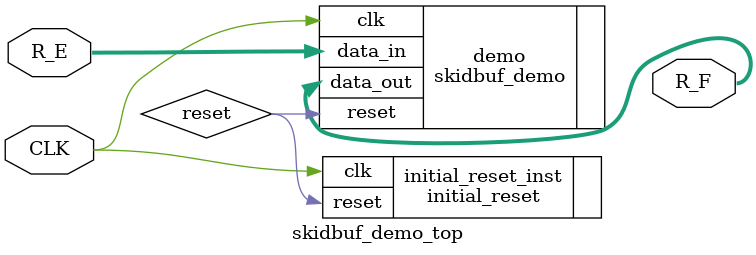
<source format=sv>
`ifndef SKIDBUF_DEMO_TOP_V
`define SKIDBUF_DEMO_TOP_V

`include "directives.sv"

`include "skidbuf_demo.sv"
`include "initial_reset.sv"

module skidbuf_demo_top (
    input logic CLK,

    input  logic [7:0] R_E,
    output logic [7:0] R_F
);
  logic reset;

  skidbuf_demo demo (
      .clk     (CLK),
      .reset   (reset),
      .data_in (R_E),
      .data_out(R_F)
  );

  initial_reset initial_reset_inst (
      .clk  (CLK),
      .reset(reset)
  );

endmodule

`endif

</source>
